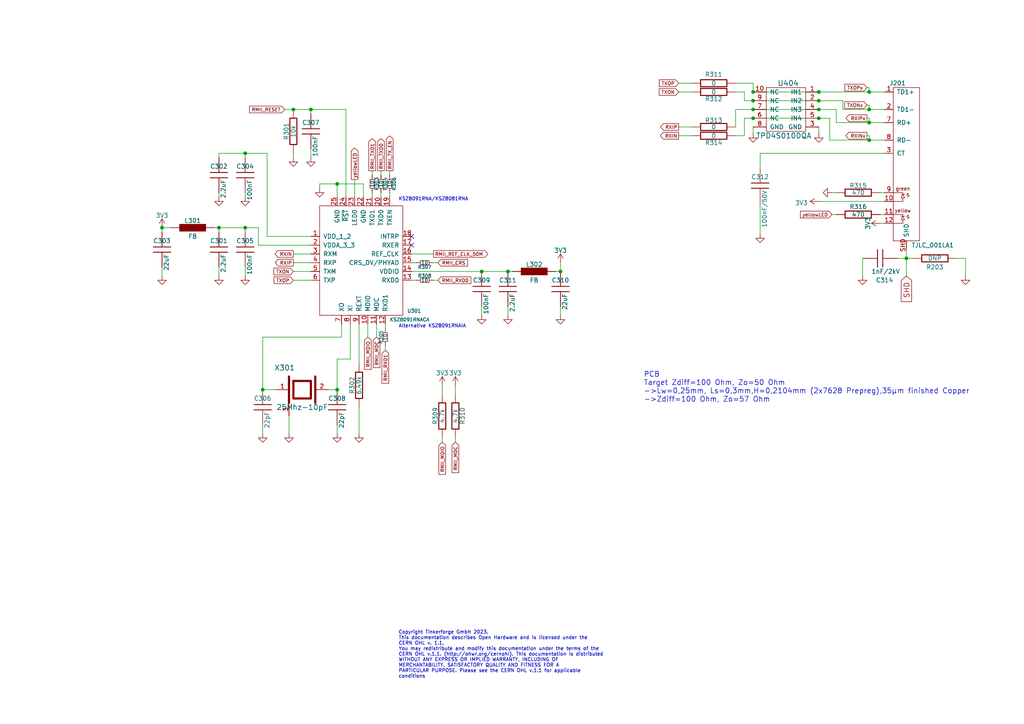
<source format=kicad_sch>
(kicad_sch (version 20230121) (generator eeschema)
  (paper "A4")
  (title_block (title "WARP ESP32 Ethernet Brick") (date "2023-12-27") (rev "1.3") (company "Tinkerforge GmbH") (comment 1 "Licensed under CERN OHL v.1.1") (comment 2 "Copyright (©) 2023, B.Nordmeyer <bastian@tinkerforge.com>"))
  (lib_symbols
    (symbol "C_10" (pin_numbers hide) (pin_names (offset 0.254))
      (property "Reference" "C" (at 1.27 2.54 0))
      (property "Value" "C_10" (at 1.27 -2.54 0))
      (symbol "C_10_0_1"
        (polyline (pts (xy -2.54 -0.762) (xy 2.54 -0.762)) (stroke (width 0.254)))
        (polyline (pts (xy -2.54 0.762) (xy 2.54 0.762)) (stroke (width 0.254)))
      )
      (symbol "C_10_1_1"
        (pin passive line (at 0 5.08 270) (length 4.318) (name "~") (number "1"))
        (pin passive line (at 0 -5.08 90) (length 4.318) (name "~") (number "2"))
      )
    )
    (symbol "C_11" (pin_numbers hide) (pin_names (offset 0.254))
      (property "Reference" "C" (at 1.27 2.54 0))
      (property "Value" "C_11" (at 1.27 -2.54 0))
      (symbol "C_11_0_1"
        (polyline (pts (xy -2.54 -0.762) (xy 2.54 -0.762)) (stroke (width 0.254)))
        (polyline (pts (xy -2.54 0.762) (xy 2.54 0.762)) (stroke (width 0.254)))
      )
      (symbol "C_11_1_1"
        (pin passive line (at 0 5.08 270) (length 4.318) (name "~") (number "1"))
        (pin passive line (at 0 -5.08 90) (length 4.318) (name "~") (number "2"))
      )
    )
    (symbol "C_12" (pin_numbers hide) (pin_names (offset 0.254))
      (property "Reference" "C" (at 1.27 2.54 0))
      (property "Value" "C_12" (at 1.27 -2.54 0))
      (symbol "C_12_0_1"
        (polyline (pts (xy -2.54 -0.762) (xy 2.54 -0.762)) (stroke (width 0.254)))
        (polyline (pts (xy -2.54 0.762) (xy 2.54 0.762)) (stroke (width 0.254)))
      )
      (symbol "C_12_1_1"
        (pin passive line (at 0 5.08 270) (length 4.318) (name "~") (number "1"))
        (pin passive line (at 0 -5.08 90) (length 4.318) (name "~") (number "2"))
      )
    )
    (symbol "C_13" (pin_numbers hide) (pin_names (offset 0.254))
      (property "Reference" "C" (at 1.27 2.54 0))
      (property "Value" "C_13" (at 1.27 -2.54 0))
      (symbol "C_13_0_1"
        (polyline (pts (xy -2.54 -0.762) (xy 2.54 -0.762)) (stroke (width 0.254)))
        (polyline (pts (xy -2.54 0.762) (xy 2.54 0.762)) (stroke (width 0.254)))
      )
      (symbol "C_13_1_1"
        (pin passive line (at 0 5.08 270) (length 4.318) (name "~") (number "1"))
        (pin passive line (at 0 -5.08 90) (length 4.318) (name "~") (number "2"))
      )
    )
    (symbol "C_2" (pin_numbers hide) (pin_names (offset 0.254))
      (property "Reference" "C" (at 1.27 2.54 0))
      (property "Value" "C_2" (at 1.27 -2.54 0))
      (symbol "C_2_0_1"
        (polyline (pts (xy -2.54 -0.762) (xy 2.54 -0.762)) (stroke (width 0.254)))
        (polyline (pts (xy -2.54 0.762) (xy 2.54 0.762)) (stroke (width 0.254)))
      )
      (symbol "C_2_1_1"
        (pin passive line (at 0 5.08 270) (length 4.318) (name "~") (number "1"))
        (pin passive line (at 0 -5.08 90) (length 4.318) (name "~") (number "2"))
      )
    )
    (symbol "C_3" (pin_numbers hide) (pin_names (offset 0.254))
      (property "Reference" "C" (at 1.27 2.54 0))
      (property "Value" "C_3" (at 1.27 -2.54 0))
      (symbol "C_3_0_1"
        (polyline (pts (xy -2.54 -0.762) (xy 2.54 -0.762)) (stroke (width 0.254)))
        (polyline (pts (xy -2.54 0.762) (xy 2.54 0.762)) (stroke (width 0.254)))
      )
      (symbol "C_3_1_1"
        (pin passive line (at 0 5.08 270) (length 4.318) (name "~") (number "1"))
        (pin passive line (at 0 -5.08 90) (length 4.318) (name "~") (number "2"))
      )
    )
    (symbol "C_4" (pin_numbers hide) (pin_names (offset 0.254))
      (property "Reference" "C" (at 1.27 2.54 0))
      (property "Value" "C_4" (at 1.27 -2.54 0))
      (symbol "C_4_0_1"
        (polyline (pts (xy -2.54 -0.762) (xy 2.54 -0.762)) (stroke (width 0.254)))
        (polyline (pts (xy -2.54 0.762) (xy 2.54 0.762)) (stroke (width 0.254)))
      )
      (symbol "C_4_1_1"
        (pin passive line (at 0 5.08 270) (length 4.318) (name "~") (number "1"))
        (pin passive line (at 0 -5.08 90) (length 4.318) (name "~") (number "2"))
      )
    )
    (symbol "C_5" (pin_numbers hide) (pin_names (offset 0.254))
      (property "Reference" "C" (at 1.27 2.54 0))
      (property "Value" "C_5" (at 1.27 -2.54 0))
      (symbol "C_5_0_1"
        (polyline (pts (xy -2.54 -0.762) (xy 2.54 -0.762)) (stroke (width 0.254)))
        (polyline (pts (xy -2.54 0.762) (xy 2.54 0.762)) (stroke (width 0.254)))
      )
      (symbol "C_5_1_1"
        (pin passive line (at 0 5.08 270) (length 4.318) (name "~") (number "1"))
        (pin passive line (at 0 -5.08 90) (length 4.318) (name "~") (number "2"))
      )
    )
    (symbol "C_6" (pin_numbers hide) (pin_names (offset 0.254))
      (property "Reference" "C" (at 1.27 2.54 0))
      (property "Value" "C_6" (at 1.27 -2.54 0))
      (symbol "C_6_0_1"
        (polyline (pts (xy -2.54 -0.762) (xy 2.54 -0.762)) (stroke (width 0.254)))
        (polyline (pts (xy -2.54 0.762) (xy 2.54 0.762)) (stroke (width 0.254)))
      )
      (symbol "C_6_1_1"
        (pin passive line (at 0 5.08 270) (length 4.318) (name "~") (number "1"))
        (pin passive line (at 0 -5.08 90) (length 4.318) (name "~") (number "2"))
      )
    )
    (symbol "C_7" (pin_numbers hide) (pin_names (offset 0.254))
      (property "Reference" "C" (at 1.27 2.54 0))
      (property "Value" "C_7" (at 1.27 -2.54 0))
      (symbol "C_7_0_1"
        (polyline (pts (xy -2.54 -0.762) (xy 2.54 -0.762)) (stroke (width 0.254)))
        (polyline (pts (xy -2.54 0.762) (xy 2.54 0.762)) (stroke (width 0.254)))
      )
      (symbol "C_7_1_1"
        (pin passive line (at 0 5.08 270) (length 4.318) (name "~") (number "1"))
        (pin passive line (at 0 -5.08 90) (length 4.318) (name "~") (number "2"))
      )
    )
    (symbol "C_8" (pin_numbers hide) (pin_names (offset 0.254))
      (property "Reference" "C" (at 1.27 2.54 0))
      (property "Value" "C_8" (at 1.27 -2.54 0))
      (symbol "C_8_0_1"
        (polyline (pts (xy -2.54 -0.762) (xy 2.54 -0.762)) (stroke (width 0.254)))
        (polyline (pts (xy -2.54 0.762) (xy 2.54 0.762)) (stroke (width 0.254)))
      )
      (symbol "C_8_1_1"
        (pin passive line (at 0 5.08 270) (length 4.318) (name "~") (number "1"))
        (pin passive line (at 0 -5.08 90) (length 4.318) (name "~") (number "2"))
      )
    )
    (symbol "C_9" (pin_numbers hide) (pin_names (offset 0.254))
      (property "Reference" "C" (at 1.27 2.54 0))
      (property "Value" "C_9" (at 1.27 -2.54 0))
      (symbol "C_9_0_1"
        (polyline (pts (xy -2.54 -0.762) (xy 2.54 -0.762)) (stroke (width 0.254)))
        (polyline (pts (xy -2.54 0.762) (xy 2.54 0.762)) (stroke (width 0.254)))
      )
      (symbol "C_9_1_1"
        (pin passive line (at 0 5.08 270) (length 4.318) (name "~") (number "1"))
        (pin passive line (at 0 -5.08 90) (length 4.318) (name "~") (number "2"))
      )
    )
    (symbol "INDUCT_1" (pin_numbers hide) (pin_names (offset 0))
      (property "Reference" "L" (at 2.032 0 90))
      (property "Value" "INDUCT_1" (at -2.54 0 90))
      (symbol "INDUCT_1_0_1"
        (rectangle (start -1.016 3.81) (end 1.016 -3.81) (fill (type outline)))
      )
      (symbol "INDUCT_1_1_1"
        (pin passive line (at 0 6.35 270) (length 2.54) (name "~") (number "1"))
        (pin passive line (at 0 -6.35 90) (length 2.54) (name "~") (number "2"))
      )
    )
    (symbol "R_1" (pin_numbers hide) (pin_names (offset 0))
      (property "Reference" "R" (at 2.032 0 90))
      (property "Value" "R_1" (at 0 0 90))
      (symbol "R_1_0_1"
        (rectangle (start -1.016 3.81) (end 1.016 -3.81) (stroke (width 0.3048)))
      )
      (symbol "R_1_1_1"
        (pin passive line (at 0 6.35 270) (length 2.54) (name "~") (number "1"))
        (pin passive line (at 0 -6.35 90) (length 2.54) (name "~") (number "2"))
      )
    )
    (symbol "R_2" (pin_numbers hide) (pin_names (offset 0))
      (property "Reference" "R" (at 2.032 0 90))
      (property "Value" "R_2" (at 0 0 90))
      (symbol "R_2_0_1"
        (rectangle (start -1.016 3.81) (end 1.016 -3.81) (stroke (width 0.3048)))
      )
      (symbol "R_2_1_1"
        (pin passive line (at 0 6.35 270) (length 2.54) (name "~") (number "1"))
        (pin passive line (at 0 -6.35 90) (length 2.54) (name "~") (number "2"))
      )
    )
    (symbol "R_3" (pin_numbers hide) (pin_names (offset 0))
      (property "Reference" "R" (at 2.032 0 90))
      (property "Value" "R_3" (at 0 0 90))
      (symbol "R_3_0_1"
        (rectangle (start -1.016 3.81) (end 1.016 -3.81) (stroke (width 0.3048)))
      )
      (symbol "R_3_1_1"
        (pin passive line (at 0 6.35 270) (length 2.54) (name "~") (number "1"))
        (pin passive line (at 0 -6.35 90) (length 2.54) (name "~") (number "2"))
      )
    )
    (symbol "R_4" (pin_numbers hide) (pin_names (offset 0))
      (property "Reference" "R" (at 2.032 0 90))
      (property "Value" "R_4" (at 0 0 90))
      (symbol "R_4_0_1"
        (rectangle (start -1.016 3.81) (end 1.016 -3.81) (stroke (width 0.3048)))
      )
      (symbol "R_4_1_1"
        (pin passive line (at 0 6.35 270) (length 2.54) (name "~") (number "1"))
        (pin passive line (at 0 -6.35 90) (length 2.54) (name "~") (number "2"))
      )
    )
    (symbol "R_5" (pin_numbers hide) (pin_names (offset 0))
      (property "Reference" "R" (at 2.032 0 90))
      (property "Value" "R_5" (at 0 0 90))
      (symbol "R_5_0_1"
        (rectangle (start -1.016 3.81) (end 1.016 -3.81) (stroke (width 0.3048)))
      )
      (symbol "R_5_1_1"
        (pin passive line (at 0 6.35 270) (length 2.54) (name "~") (number "1"))
        (pin passive line (at 0 -6.35 90) (length 2.54) (name "~") (number "2"))
      )
    )
    (symbol "R_6" (pin_numbers hide) (pin_names (offset 0))
      (property "Reference" "R" (at 2.032 0 90))
      (property "Value" "R_6" (at 0 0 90))
      (symbol "R_6_0_1"
        (rectangle (start -1.016 3.81) (end 1.016 -3.81) (stroke (width 0.3048)))
      )
      (symbol "R_6_1_1"
        (pin passive line (at 0 6.35 270) (length 2.54) (name "~") (number "1"))
        (pin passive line (at 0 -6.35 90) (length 2.54) (name "~") (number "2"))
      )
    )
    (symbol "R_7" (pin_numbers hide) (pin_names (offset 0))
      (property "Reference" "R" (at 2.032 0 90))
      (property "Value" "R_7" (at 0 0 90))
      (symbol "R_7_0_1"
        (rectangle (start -1.016 3.81) (end 1.016 -3.81) (stroke (width 0.3048)))
      )
      (symbol "R_7_1_1"
        (pin passive line (at 0 6.35 270) (length 2.54) (name "~") (number "1"))
        (pin passive line (at 0 -6.35 90) (length 2.54) (name "~") (number "2"))
      )
    )
    (symbol "R_8" (pin_numbers hide) (pin_names (offset 0))
      (property "Reference" "R" (at 2.032 0 90))
      (property "Value" "R_8" (at 0 0 90))
      (symbol "R_8_0_1"
        (rectangle (start -1.016 3.81) (end 1.016 -3.81) (stroke (width 0.3048)))
      )
      (symbol "R_8_1_1"
        (pin passive line (at 0 6.35 270) (length 2.54) (name "~") (number "1"))
        (pin passive line (at 0 -6.35 90) (length 2.54) (name "~") (number "2"))
      )
    )
    (symbol "R_9" (pin_numbers hide) (pin_names (offset 0))
      (property "Reference" "R" (at 2.032 0 90))
      (property "Value" "R_9" (at 0 0 90))
      (symbol "R_9_0_1"
        (rectangle (start -1.016 3.81) (end 1.016 -3.81) (stroke (width 0.3048)))
      )
      (symbol "R_9_1_1"
        (pin passive line (at 0 6.35 270) (length 2.54) (name "~") (number "1"))
        (pin passive line (at 0 -6.35 90) (length 2.54) (name "~") (number "2"))
      )
    )
    (symbol "Rs_1" (pin_numbers hide) (pin_names (offset 0))
      (property "Reference" "R" (at 1.27 0 90))
      (property "Value" "Rs_1" (at 0 0 90))
      (symbol "Rs_1_0_1"
        (rectangle (start -0.635 1.27) (end 0.635 -1.27))
      )
      (symbol "Rs_1_1_1"
        (pin passive line (at 0 2.54 270) (length 1.27) (name "~") (number "1"))
        (pin passive line (at 0 -2.54 90) (length 1.27) (name "~") (number "2"))
      )
    )
    (symbol "Rs_2" (pin_numbers hide) (pin_names (offset 0))
      (property "Reference" "R" (at 1.27 0 90))
      (property "Value" "Rs_2" (at 0 0 90))
      (symbol "Rs_2_0_1"
        (rectangle (start -0.635 1.27) (end 0.635 -1.27))
      )
      (symbol "Rs_2_1_1"
        (pin passive line (at 0 2.54 270) (length 1.27) (name "~") (number "1"))
        (pin passive line (at 0 -2.54 90) (length 1.27) (name "~") (number "2"))
      )
    )
    (symbol "Rs_3" (pin_numbers hide) (pin_names (offset 0))
      (property "Reference" "R" (at 1.27 0 90))
      (property "Value" "Rs_3" (at 0 0 90))
      (symbol "Rs_3_0_1"
        (rectangle (start -0.635 1.27) (end 0.635 -1.27))
      )
      (symbol "Rs_3_1_1"
        (pin passive line (at 0 2.54 270) (length 1.27) (name "~") (number "1"))
        (pin passive line (at 0 -2.54 90) (length 1.27) (name "~") (number "2"))
      )
    )
    (symbol "Rs_4" (pin_numbers hide) (pin_names (offset 0))
      (property "Reference" "R" (at 1.27 0 90))
      (property "Value" "Rs_4" (at 0 0 90))
      (symbol "Rs_4_0_1"
        (rectangle (start -0.635 1.27) (end 0.635 -1.27))
      )
      (symbol "Rs_4_1_1"
        (pin passive line (at 0 2.54 270) (length 1.27) (name "~") (number "1"))
        (pin passive line (at 0 -2.54 90) (length 1.27) (name "~") (number "2"))
      )
    )
    (symbol "Rs_5" (pin_numbers hide) (pin_names (offset 0))
      (property "Reference" "R" (at 1.27 0 90))
      (property "Value" "Rs_5" (at 0 0 90))
      (symbol "Rs_5_0_1"
        (rectangle (start -0.635 1.27) (end 0.635 -1.27))
      )
      (symbol "Rs_5_1_1"
        (pin passive line (at 0 2.54 270) (length 1.27) (name "~") (number "1"))
        (pin passive line (at 0 -2.54 90) (length 1.27) (name "~") (number "2"))
      )
    )
    (symbol "tinkerforge:3V3" (power) (pin_names (offset 0))
      (property "Value" "3V3" (at 0 3.556 0))
      (symbol "3V3_0_1"
        (polyline (pts (xy -0.762 1.27) (xy 0 2.54)))
        (polyline (pts (xy 0 0) (xy 0 2.54)))
        (polyline (pts (xy 0 2.54) (xy 0.762 1.27)))
      )
      (symbol "3V3_1_1"
        (pin power_in line (at 0 0 90) (length 0) hide (name "3V3") (number "1"))
      )
    )
    (symbol "tinkerforge:C" (pin_numbers hide) (pin_names (offset 0.254))
      (property "Reference" "C" (at 1.27 2.54 0))
      (property "Value" "C" (at 1.27 -2.54 0))
      (symbol "C_0_1"
        (polyline (pts (xy -2.54 -0.762) (xy 2.54 -0.762)) (stroke (width 0.254)))
        (polyline (pts (xy -2.54 0.762) (xy 2.54 0.762)) (stroke (width 0.254)))
      )
      (symbol "C_1_1"
        (pin passive line (at 0 5.08 270) (length 4.318) (name "~") (number "1"))
        (pin passive line (at 0 -5.08 90) (length 4.318) (name "~") (number "2"))
      )
    )
    (symbol "tinkerforge:CRYSTAL_3225" (pin_names (offset 1.016))
      (property "Reference" "X" (at -5.08 6.35 0))
      (property "Value" "CRYSTAL_3225" (at 6.35 -6.35 0))
      (symbol "CRYSTAL_3225_0_1"
        (rectangle (start -2.54 2.54) (end 2.54 -2.54) (stroke (width 0.635)))
      )
      (symbol "CRYSTAL_3225_1_1"
        (polyline (pts (xy -3.81 3.81) (xy -3.81 -3.81) (xy -3.81 -3.81)) (stroke (width 0.635)))
        (polyline (pts (xy 3.81 3.81) (xy 3.81 -3.81) (xy 3.81 -3.81)) (stroke (width 0.635)))
        (pin passive line (at -7.62 0 0) (length 3.81) (name "~") (number "1"))
        (pin passive line (at 7.62 0 180) (length 3.81) (name "~") (number "2"))
        (pin passive line (at -3.81 -7.62 90) (length 3.81) (name "~") (number "3"))
      )
    )
    (symbol "tinkerforge:GND" (power) (pin_names (offset 0))
      (property "Value" "GND" (at 0 -5.08 0))
      (symbol "GND_0_1"
        (polyline (pts (xy 0 0) (xy 0 -1.27) (xy 1.27 -1.27) (xy 0 -2.54) (xy -1.27 -1.27) (xy 0 -1.27)))
      )
      (symbol "GND_1_1"
        (pin power_in line (at 0 0 270) (length 0) hide (name "GND") (number "1"))
      )
    )
    (symbol "tinkerforge:INDUCT" (pin_numbers hide) (pin_names (offset 0))
      (property "Reference" "L" (at 2.032 0 90))
      (property "Value" "INDUCT" (at -2.54 0 90))
      (symbol "INDUCT_0_1"
        (rectangle (start -1.016 3.81) (end 1.016 -3.81) (fill (type outline)))
      )
      (symbol "INDUCT_1_1"
        (pin passive line (at 0 6.35 270) (length 2.54) (name "~") (number "1"))
        (pin passive line (at 0 -6.35 90) (length 2.54) (name "~") (number "2"))
      )
    )
    (symbol "tinkerforge:KSZ80X1RNA" (pin_names (offset 1.016))
      (property "Reference" "U" (at -16.51 13.97 0))
      (property "Value" "KSZ80X1RNA" (at 12.7 -17.78 0))
      (symbol "KSZ80X1RNA_0_1"
        (rectangle (start -12.7 15.24) (end 11.43 -16.51))
      )
      (symbol "KSZ80X1RNA_1_1"
        (pin passive line (at -15.24 6.35 0) (length 2.54) (name "VDD_1_2") (number "1"))
        (pin passive line (at 1.27 -19.05 90) (length 2.54) (name "MDIO") (number "10"))
        (pin passive line (at 3.81 -19.05 90) (length 2.54) (name "MDC") (number "11"))
        (pin passive line (at 6.35 -19.05 90) (length 2.54) (name "RXD1") (number "12"))
        (pin passive line (at 13.97 -6.35 180) (length 2.54) (name "RXD0") (number "13"))
        (pin passive line (at 13.97 -3.81 180) (length 2.54) (name "VDDIO") (number "14"))
        (pin passive line (at 13.97 -1.27 180) (length 2.54) (name "CRS_DV/PHYAD") (number "15"))
        (pin passive line (at 13.97 1.27 180) (length 2.54) (name "REF_CLK") (number "16"))
        (pin passive line (at 13.97 3.81 180) (length 2.54) (name "RXER") (number "17"))
        (pin passive line (at 13.97 6.35 180) (length 2.54) (name "INTRP") (number "18"))
        (pin passive line (at 7.62 17.78 270) (length 2.54) (name "TXEN") (number "19"))
        (pin passive line (at -15.24 3.81 0) (length 2.54) (name "VDDA_3_3") (number "2"))
        (pin passive line (at 5.08 17.78 270) (length 2.54) (name "TXD0") (number "20"))
        (pin passive line (at 2.54 17.78 270) (length 2.54) (name "TXD1") (number "21"))
        (pin passive line (at 0 17.78 270) (length 2.54) (name "GND") (number "22"))
        (pin passive line (at -2.54 17.78 270) (length 2.54) (name "LED0") (number "23"))
        (pin passive line (at -5.08 17.78 270) (length 2.54) (name "~{RST}") (number "24"))
        (pin passive line (at -7.62 17.78 270) (length 2.54) (name "GND") (number "25"))
        (pin passive line (at -15.24 1.27 0) (length 2.54) (name "RXM") (number "3"))
        (pin passive line (at -15.24 -1.27 0) (length 2.54) (name "RXP") (number "4"))
        (pin passive line (at -15.24 -3.81 0) (length 2.54) (name "TXM") (number "5"))
        (pin passive line (at -15.24 -6.35 0) (length 2.54) (name "TXP") (number "6"))
        (pin passive line (at -6.35 -19.05 90) (length 2.54) (name "XO") (number "7"))
        (pin passive line (at -3.81 -19.05 90) (length 2.54) (name "XI") (number "8"))
        (pin passive line (at -1.27 -19.05 90) (length 2.54) (name "REXT") (number "9"))
      )
    )
    (symbol "tinkerforge:R" (pin_numbers hide) (pin_names (offset 0))
      (property "Reference" "R" (at 2.032 0 90))
      (property "Value" "R" (at 0 0 90))
      (symbol "R_0_1"
        (rectangle (start -1.016 3.81) (end 1.016 -3.81) (stroke (width 0.3048)))
      )
      (symbol "R_1_1"
        (pin passive line (at 0 6.35 270) (length 2.54) (name "~") (number "1"))
        (pin passive line (at 0 -6.35 90) (length 2.54) (name "~") (number "2"))
      )
    )
    (symbol "tinkerforge:Rs" (pin_numbers hide) (pin_names (offset 0))
      (property "Reference" "R" (at 1.27 0 90))
      (property "Value" "Rs" (at 0 0 90))
      (symbol "Rs_0_1"
        (rectangle (start -0.635 1.27) (end 0.635 -1.27))
      )
      (symbol "Rs_1_1"
        (pin passive line (at 0 2.54 270) (length 1.27) (name "~") (number "1"))
        (pin passive line (at 0 -2.54 90) (length 1.27) (name "~") (number "2"))
      )
    )
    (symbol "tinkerforge:TJLC_001LA1" (pin_names (offset 1.016))
      (property "Reference" "J" (at -2.54 13.97 0))
      (property "Value" "TJLC_001LA1" (at 7.62 -33.02 0))
      (symbol "TJLC_001LA1_0_0"
        (text "green" (at -1.016 -16.637 0) (effects (font (size 0.9906 0.9906))))
        (text "yellow" (at -1.016 -22.987 0) (effects (font (size 0.9906 0.9906))))
      )
      (symbol "TJLC_001LA1_0_1"
        (polyline (pts (xy -1.524 -18.288) (xy -0.508 -18.288)))
        (polyline (pts (xy 0 -18.542) (xy 0.508 -18.034)))
        (polyline (pts (xy 0.254 -19.05) (xy 0.762 -18.542)))
        (polyline (pts (xy 0.254 -18.034) (xy 0.508 -18.034)))
        (polyline (pts (xy 0.508 -18.542) (xy 0.762 -18.542)))
        (polyline (pts (xy 0.508 -18.034) (xy 0.508 -18.288)))
        (polyline (pts (xy 0.762 -18.542) (xy 0.762 -18.796)))
        (polyline (pts (xy -3.81 -17.78) (xy -1.016 -17.78) (xy -1.016 -18.288)))
        (polyline (pts (xy -3.81 -20.32) (xy -1.016 -20.32) (xy -1.016 -19.304) (xy -1.524 -19.304) (xy -1.016 -18.288) (xy -0.508 -19.304) (xy -1.016 -19.304)))
        (rectangle (start 3.81 -31.75) (end -3.81 12.7))
      )
      (symbol "TJLC_001LA1_1_1"
        (polyline (pts (xy -1.524 -24.638) (xy -0.508 -24.638)))
        (polyline (pts (xy 0 -24.892) (xy 0.508 -24.384)))
        (polyline (pts (xy 0.254 -25.4) (xy 0.762 -24.892)))
        (polyline (pts (xy 0.254 -24.384) (xy 0.508 -24.384)))
        (polyline (pts (xy 0.508 -24.892) (xy 0.762 -24.892)))
        (polyline (pts (xy 0.508 -24.384) (xy 0.508 -24.638)))
        (polyline (pts (xy 0.762 -24.892) (xy 0.762 -25.146)))
        (polyline (pts (xy -3.81 -24.13) (xy -1.016 -24.13) (xy -1.016 -24.638)))
        (polyline (pts (xy -3.81 -26.67) (xy -1.016 -26.67) (xy -1.016 -25.654) (xy -1.524 -25.654) (xy -1.016 -24.638) (xy -0.508 -25.654) (xy -1.016 -25.654)))
        (pin passive line (at -6.35 11.43 0) (length 2.54) (name "TD1+") (number "1"))
        (pin passive line (at -6.35 -20.32 0) (length 2.54) (name "~") (number "10"))
        (pin passive line (at -6.35 -24.13 0) (length 2.54) (name "~") (number "11"))
        (pin passive line (at -6.35 -26.67 0) (length 2.54) (name "~") (number "12"))
        (pin passive line (at -6.35 6.35 0) (length 2.54) (name "TD1-") (number "2"))
        (pin passive line (at -6.35 -6.35 0) (length 2.54) (name "CT") (number "3"))
        (pin passive line (at -6.35 2.54 0) (length 2.54) (name "RD+") (number "7"))
        (pin passive line (at -6.35 -2.54 0) (length 2.54) (name "RD-") (number "8"))
        (pin passive line (at -6.35 -17.78 0) (length 2.54) (name "~") (number "9"))
        (pin passive line (at 0 -34.29 90) (length 2.54) (name "SHD") (number "SHD"))
      )
    )
    (symbol "tinkerforge:TPD4S010DQA" (pin_names (offset 1.016))
      (property "Reference" "U" (at -5.08 8.89 0))
      (property "Value" "TPD4S010DQA" (at 0 -8.89 0))
      (symbol "TPD4S010DQA_0_1"
        (rectangle (start -6.35 6.35) (end 5.08 -6.35))
      )
      (symbol "TPD4S010DQA_1_1"
        (pin input line (at -10.16 5.08 0) (length 3.81) (name "IN1") (number "1"))
        (pin passive line (at 8.89 5.08 180) (length 3.81) (name "NC") (number "10"))
        (pin input line (at -10.16 2.54 0) (length 3.81) (name "IN2") (number "2"))
        (pin passive line (at -10.16 -5.08 0) (length 3.81) (name "GND") (number "3"))
        (pin input line (at -10.16 0 0) (length 3.81) (name "IN3") (number "4"))
        (pin input line (at -10.16 -2.54 0) (length 3.81) (name "IN4") (number "5"))
        (pin passive line (at 8.89 -2.54 180) (length 3.81) (name "NC") (number "6"))
        (pin passive line (at 8.89 0 180) (length 3.81) (name "NC") (number "7"))
        (pin passive line (at 8.89 -5.08 180) (length 3.81) (name "GND") (number "8"))
        (pin passive line (at 8.89 2.54 180) (length 3.81) (name "NC") (number "9"))
      )
    )
  )
  (junction (at 252.095 26.67))
  (junction (at 218.44 29.21))
  (junction (at 90.17 31.75))
  (junction (at 97.79 113.03))
  (junction (at 237.49 29.21))
  (junction (at 237.49 26.67))
  (junction (at 218.44 26.67))
  (junction (at 76.2 113.03))
  (junction (at 139.7 78.74))
  (junction (at 85.09 31.75))
  (junction (at 63.5 66.04))
  (junction (at 262.89 74.93))
  (junction (at 218.44 31.75))
  (junction (at 237.49 31.75))
  (junction (at 147.32 78.74))
  (junction (at 252.095 31.75))
  (junction (at 252.095 40.64))
  (junction (at 97.79 53.34))
  (junction (at 71.12 66.04))
  (junction (at 252.095 35.56))
  (junction (at 46.99 66.04))
  (junction (at 162.56 78.74))
  (junction (at 218.44 34.29))
  (junction (at 237.49 34.29))
  (junction (at 71.12 44.45))
  (no_connect (at 119.38 68.58))
  (no_connect (at 119.38 71.12))
  (wire (pts (xy 200.66 26.67) (xy 196.85 26.67)))
  (wire (pts (xy 71.12 57.15) (xy 71.12 55.88)))
  (wire (pts (xy 77.47 68.58) (xy 90.17 68.58)))
  (wire (pts (xy 101.6 93.98) (xy 101.6 104.14)))
  (wire (pts (xy 97.79 104.14) (xy 97.79 113.03)))
  (wire (pts (xy 128.27 128.27) (xy 128.27 127)))
  (wire (pts (xy 46.99 66.04) (xy 46.99 67.31)))
  (wire (pts (xy 240.665 40.64) (xy 252.095 40.64)))
  (wire (pts (xy 251.46 25.4) (xy 252.095 25.4)))
  (wire (pts (xy 90.17 71.12) (xy 74.93 71.12)))
  (wire (pts (xy 218.44 26.67) (xy 237.49 26.67)))
  (wire (pts (xy 106.68 97.79) (xy 106.68 93.98)))
  (wire (pts (xy 215.9 29.21) (xy 215.9 26.67)))
  (wire (pts (xy 220.472 67.818) (xy 220.472 58.928)))
  (wire (pts (xy 77.47 44.45) (xy 77.47 68.58)))
  (wire (pts (xy 119.38 78.74) (xy 139.7 78.74)))
  (wire (pts (xy 85.09 31.75) (xy 82.55 31.75)))
  (wire (pts (xy 74.93 66.04) (xy 74.93 71.12)))
  (wire (pts (xy 252.095 26.67) (xy 256.54 26.67)))
  (wire (pts (xy 132.08 128.27) (xy 132.08 127)))
  (wire (pts (xy 90.17 81.28) (xy 85.09 81.28)))
  (wire (pts (xy 46.99 66.04) (xy 49.53 66.04)))
  (wire (pts (xy 161.29 78.74) (xy 162.56 78.74)))
  (wire (pts (xy 97.79 53.34) (xy 92.71 53.34)))
  (wire (pts (xy 113.03 50.8) (xy 113.03 49.53)))
  (wire (pts (xy 237.49 58.42) (xy 256.54 58.42)))
  (wire (pts (xy 244.475 31.75) (xy 244.475 29.21)))
  (wire (pts (xy 220.472 44.45) (xy 220.472 48.768)))
  (wire (pts (xy 102.87 57.15) (xy 102.87 52.07)))
  (wire (pts (xy 63.5 77.47) (xy 63.5 80.01)))
  (wire (pts (xy 120.65 81.28) (xy 119.38 81.28)))
  (wire (pts (xy 107.95 57.15) (xy 107.95 55.88)))
  (wire (pts (xy 92.71 53.34) (xy 92.71 54.61)))
  (wire (pts (xy 255.27 62.23) (xy 256.54 62.23)))
  (wire (pts (xy 99.06 93.98) (xy 99.06 97.79)))
  (wire (pts (xy 85.09 78.74) (xy 90.17 78.74)))
  (wire (pts (xy 120.65 76.2) (xy 119.38 76.2)))
  (wire (pts (xy 256.54 55.88) (xy 255.27 55.88)))
  (wire (pts (xy 104.14 105.41) (xy 104.14 93.98)))
  (wire (pts (xy 128.27 114.3) (xy 128.27 111.76)))
  (wire (pts (xy 63.5 57.15) (xy 63.5 55.88)))
  (wire (pts (xy 110.49 50.8) (xy 110.49 49.53)))
  (wire (pts (xy 71.12 80.01) (xy 71.12 77.47)))
  (wire (pts (xy 105.41 57.15) (xy 105.41 53.34)))
  (wire (pts (xy 76.2 97.79) (xy 76.2 113.03)))
  (wire (pts (xy 90.17 45.72) (xy 90.17 43.18)))
  (wire (pts (xy 83.82 125.73) (xy 83.82 120.65)))
  (wire (pts (xy 76.2 125.73) (xy 76.2 123.19)))
  (wire (pts (xy 119.38 73.66) (xy 125.73 73.66)))
  (wire (pts (xy 147.32 91.44) (xy 147.32 88.9)))
  (wire (pts (xy 90.17 76.2) (xy 85.09 76.2)))
  (wire (pts (xy 240.665 40.64) (xy 240.665 34.29)))
  (wire (pts (xy 162.56 91.44) (xy 162.56 88.9)))
  (wire (pts (xy 218.44 29.21) (xy 237.49 29.21)))
  (wire (pts (xy 63.5 45.72) (xy 63.5 44.45)))
  (wire (pts (xy 162.56 78.74) (xy 162.56 76.2)))
  (wire (pts (xy 277.495 74.93) (xy 280.035 74.93)))
  (wire (pts (xy 218.44 31.75) (xy 213.36 31.75)))
  (wire (pts (xy 252.095 39.37) (xy 252.095 40.64)))
  (wire (pts (xy 125.73 81.28) (xy 127 81.28)))
  (wire (pts (xy 196.85 36.83) (xy 200.66 36.83)))
  (wire (pts (xy 105.41 53.34) (xy 97.79 53.34)))
  (wire (pts (xy 111.76 95.25) (xy 111.76 93.98)))
  (wire (pts (xy 218.44 34.29) (xy 237.49 34.29)))
  (wire (pts (xy 242.57 31.75) (xy 237.49 31.75)))
  (wire (pts (xy 62.23 66.04) (xy 63.5 66.04)))
  (wire (pts (xy 139.7 91.44) (xy 139.7 88.9)))
  (wire (pts (xy 262.89 74.93) (xy 264.795 74.93)))
  (wire (pts (xy 139.7 78.74) (xy 147.32 78.74)))
  (wire (pts (xy 242.57 35.56) (xy 242.57 31.75)))
  (wire (pts (xy 110.49 57.15) (xy 110.49 55.88)))
  (wire (pts (xy 196.85 24.13) (xy 200.66 24.13)))
  (wire (pts (xy 242.57 55.88) (xy 241.3 55.88)))
  (wire (pts (xy 251.46 39.37) (xy 252.095 39.37)))
  (wire (pts (xy 252.095 35.56) (xy 256.54 35.56)))
  (wire (pts (xy 125.73 76.2) (xy 127 76.2)))
  (wire (pts (xy 100.33 31.75) (xy 90.17 31.75)))
  (wire (pts (xy 63.5 44.45) (xy 71.12 44.45)))
  (wire (pts (xy 252.095 34.29) (xy 252.095 35.56)))
  (wire (pts (xy 218.44 24.13) (xy 218.44 26.67)))
  (wire (pts (xy 85.09 45.72) (xy 85.09 44.45)))
  (wire (pts (xy 46.99 80.01) (xy 46.99 77.47)))
  (wire (pts (xy 262.89 74.93) (xy 262.89 80.01)))
  (wire (pts (xy 250.19 74.93) (xy 250.19 80.01)))
  (wire (pts (xy 215.9 26.67) (xy 213.36 26.67)))
  (wire (pts (xy 237.49 26.67) (xy 252.095 26.67)))
  (wire (pts (xy 100.33 57.15) (xy 100.33 31.75)))
  (wire (pts (xy 107.95 50.8) (xy 107.95 49.53)))
  (wire (pts (xy 244.475 31.75) (xy 252.095 31.75)))
  (wire (pts (xy 260.35 74.93) (xy 262.89 74.93)))
  (wire (pts (xy 104.14 125.73) (xy 104.14 118.11)))
  (wire (pts (xy 252.095 30.48) (xy 252.095 31.75)))
  (wire (pts (xy 148.59 78.74) (xy 147.32 78.74)))
  (wire (pts (xy 252.095 25.4) (xy 252.095 26.67)))
  (wire (pts (xy 113.03 57.15) (xy 113.03 55.88)))
  (wire (pts (xy 97.79 57.15) (xy 97.79 53.34)))
  (wire (pts (xy 220.472 44.45) (xy 256.54 44.45)))
  (wire (pts (xy 80.01 113.03) (xy 76.2 113.03)))
  (wire (pts (xy 240.665 34.29) (xy 237.49 34.29)))
  (wire (pts (xy 111.76 101.6) (xy 111.76 100.33)))
  (wire (pts (xy 251.46 30.48) (xy 252.095 30.48)))
  (wire (pts (xy 256.54 64.77) (xy 255.27 64.77)))
  (wire (pts (xy 237.49 36.83) (xy 237.49 38.735)))
  (wire (pts (xy 85.09 73.66) (xy 90.17 73.66)))
  (wire (pts (xy 218.44 29.21) (xy 215.9 29.21)))
  (wire (pts (xy 74.93 66.04) (xy 71.12 66.04)))
  (wire (pts (xy 90.17 33.02) (xy 90.17 31.75)))
  (wire (pts (xy 213.36 24.13) (xy 218.44 24.13)))
  (wire (pts (xy 63.5 66.04) (xy 63.5 67.31)))
  (wire (pts (xy 71.12 66.04) (xy 63.5 66.04)))
  (wire (pts (xy 241.3 62.23) (xy 242.57 62.23)))
  (wire (pts (xy 132.08 114.3) (xy 132.08 111.76)))
  (wire (pts (xy 242.57 35.56) (xy 252.095 35.56)))
  (wire (pts (xy 251.46 34.29) (xy 252.095 34.29)))
  (wire (pts (xy 215.9 39.37) (xy 215.9 34.29)))
  (wire (pts (xy 218.44 31.75) (xy 237.49 31.75)))
  (wire (pts (xy 99.06 97.79) (xy 76.2 97.79)))
  (wire (pts (xy 71.12 44.45) (xy 77.47 44.45)))
  (wire (pts (xy 213.36 31.75) (xy 213.36 36.83)))
  (wire (pts (xy 213.36 39.37) (xy 215.9 39.37)))
  (wire (pts (xy 252.095 31.75) (xy 256.54 31.75)))
  (wire (pts (xy 101.6 104.14) (xy 97.79 104.14)))
  (wire (pts (xy 215.9 34.29) (xy 218.44 34.29)))
  (wire (pts (xy 97.79 113.03) (xy 95.25 113.03)))
  (wire (pts (xy 218.44 36.83) (xy 218.44 38.735)))
  (wire (pts (xy 252.095 40.64) (xy 256.54 40.64)))
  (wire (pts (xy 71.12 45.72) (xy 71.12 44.45)))
  (wire (pts (xy 71.12 67.31) (xy 71.12 66.04)))
  (wire (pts (xy 196.85 39.37) (xy 200.66 39.37)))
  (wire (pts (xy 244.475 29.21) (xy 237.49 29.21)))
  (wire (pts (xy 109.22 97.79) (xy 109.22 93.98)))
  (wire (pts (xy 262.89 72.39) (xy 262.89 74.93)))
  (wire (pts (xy 90.17 31.75) (xy 85.09 31.75)))
  (wire (pts (xy 280.035 74.93) (xy 280.035 80.01)))
  (wire (pts (xy 97.79 125.73) (xy 97.79 123.19)))
  (text "KSZ8091RNA/KSZ8081RNA" (at 115.57 58.42 0) (effects (font (size 0.9906 0.9906)) (justify left bottom)))
  (text "PCB\nTarget Zdiff=100 Ohm, Zo=50 Ohm\n->Lw=0,25mm, Ls=0,3mm,H=0,2104mm (2x7628 Prepreg),35µm finished Copper\n->Zdiff=100 Ohm, Zo=57 Ohm" (at 186.69 116.84 0) (effects (font (size 1.4986 1.4986)) (justify left bottom)))
  (text "Alternative KSZ8091RNAIA" (at 115.57 95.25 0) (effects (font (size 0.9906 0.9906)) (justify left bottom)))
  (text "Copyright Tinkerforge GmbH 2023.\nThis documentation describes Open Hardware and is licensed under the\nCERN OHL v. 1.1.\nYou may redistribute and modify this documentation under the terms of the\nCERN OHL v.1.1. (http://ohwr.org/cernohl). This documentation is distributed\nWITHOUT ANY EXPRESS OR IMPLIED WARRANTY, INCLUDING OF\nMERCHANTABILITY, SATISFACTORY QUALITY AND FITNESS FOR A\nPARTICULAR PURPOSE. Please see the CERN OHL v.1.1 for applicable\nconditions" (at 115.57 196.85 0) (effects (font (size 0.9906 0.9906)) (justify left bottom)))
  (global_label "TXOP" (shape input) (at 85.09 81.28 180) (effects (font (size 0.9906 0.9906))) (property "Intersheetrefs" "${INTERSHEET_REFS}" (effects hide)))
  (global_label "yellowLED" (shape output) (at 102.87 52.07 90) (effects (font (size 0.9906 0.9906))) (property "Intersheetrefs" "${INTERSHEET_REFS}" (effects hide)))
  (global_label "RMII_TXD1" (shape output) (at 107.95 49.53 90) (effects (font (size 0.9906 0.9906))) (property "Intersheetrefs" "${INTERSHEET_REFS}" (effects hide)))
  (global_label "RXIN" (shape output) (at 85.09 73.66 180) (effects (font (size 0.9906 0.9906))) (property "Intersheetrefs" "${INTERSHEET_REFS}" (effects hide)))
  (global_label "TXOPx" (shape input) (at 251.46 25.4 180) (effects (font (size 0.9906 0.9906))) (property "Intersheetrefs" "${INTERSHEET_REFS}" (effects hide)))
  (global_label "RXINx" (shape output) (at 251.46 39.37 180) (effects (font (size 0.9906 0.9906))) (property "Intersheetrefs" "${INTERSHEET_REFS}" (effects hide)))
  (global_label "TXONx" (shape input) (at 251.46 30.48 180) (effects (font (size 0.9906 0.9906))) (property "Intersheetrefs" "${INTERSHEET_REFS}" (effects hide)))
  (global_label "RMII_MDIO" (shape input) (at 106.68 97.79 270) (effects (font (size 0.9906 0.9906))) (property "Intersheetrefs" "${INTERSHEET_REFS}" (effects hide)))
  (global_label "RXIP" (shape output) (at 196.85 36.83 180) (effects (font (size 0.9906 0.9906))) (property "Intersheetrefs" "${INTERSHEET_REFS}" (effects hide)))
  (global_label "RMII_RXD1" (shape input) (at 111.76 101.6 270) (effects (font (size 0.9906 0.9906))) (property "Intersheetrefs" "${INTERSHEET_REFS}" (effects hide)))
  (global_label "TXON" (shape input) (at 85.09 78.74 180) (effects (font (size 0.9906 0.9906))) (property "Intersheetrefs" "${INTERSHEET_REFS}" (effects hide)))
  (global_label "TXON" (shape input) (at 196.85 26.67 180) (effects (font (size 0.9906 0.9906))) (property "Intersheetrefs" "${INTERSHEET_REFS}" (effects hide)))
  (global_label "RMII_MDC" (shape input) (at 109.22 97.79 270) (effects (font (size 0.9906 0.9906))) (property "Intersheetrefs" "${INTERSHEET_REFS}" (effects hide)))
  (global_label "SHD" (shape input) (at 262.89 80.01 270) (effects (font (size 1.524 1.524))) (property "Intersheetrefs" "${INTERSHEET_REFS}" (effects hide)))
  (global_label "RMII_MDC" (shape input) (at 132.08 128.27 270) (effects (font (size 0.9906 0.9906))) (property "Intersheetrefs" "${INTERSHEET_REFS}" (effects hide)))
  (global_label "RMII_CRS" (shape input) (at 127 76.2 0) (effects (font (size 0.9906 0.9906))) (property "Intersheetrefs" "${INTERSHEET_REFS}" (effects hide)))
  (global_label "TXOP" (shape input) (at 196.85 24.13 180) (effects (font (size 0.9906 0.9906))) (property "Intersheetrefs" "${INTERSHEET_REFS}" (effects hide)))
  (global_label "RMII_MDIO" (shape input) (at 128.27 128.27 270) (effects (font (size 0.9906 0.9906))) (property "Intersheetrefs" "${INTERSHEET_REFS}" (effects hide)))
  (global_label "yellowLED" (shape input) (at 241.3 62.23 180) (effects (font (size 0.9906 0.9906))) (property "Intersheetrefs" "${INTERSHEET_REFS}" (effects hide)))
  (global_label "RXIN" (shape output) (at 196.85 39.37 180) (effects (font (size 0.9906 0.9906))) (property "Intersheetrefs" "${INTERSHEET_REFS}" (effects hide)))
  (global_label "RMII_RXD0" (shape input) (at 127 81.28 0) (effects (font (size 0.9906 0.9906))) (property "Intersheetrefs" "${INTERSHEET_REFS}" (effects hide)))
  (global_label "RMII_RESET" (shape input) (at 82.55 31.75 180) (effects (font (size 0.9906 0.9906))) (property "Intersheetrefs" "${INTERSHEET_REFS}" (effects hide)))
  (global_label "RXIPx" (shape output) (at 251.46 34.29 180) (effects (font (size 0.9906 0.9906))) (property "Intersheetrefs" "${INTERSHEET_REFS}" (effects hide)))
  (global_label "RXIP" (shape output) (at 85.09 76.2 180) (effects (font (size 0.9906 0.9906))) (property "Intersheetrefs" "${INTERSHEET_REFS}" (effects hide)))
  (global_label "RMII_REF_CLK_50M" (shape output) (at 125.73 73.66 0) (effects (font (size 0.9906 0.9906))) (property "Intersheetrefs" "${INTERSHEET_REFS}" (effects hide)))
  (global_label "RMII_TX_EN" (shape output) (at 113.03 49.53 90) (effects (font (size 0.9906 0.9906))) (property "Intersheetrefs" "${INTERSHEET_REFS}" (effects hide)))
  (global_label "RMII_TXD0" (shape output) (at 110.49 49.53 90) (effects (font (size 0.9906 0.9906))) (property "Intersheetrefs" "${INTERSHEET_REFS}" (effects hide)))
  (symbol (lib_id "tinkerforge:TJLC_001LA1") (at 262.89 38.1 0) (unit 1)
    (property "Reference" "J201" (at 260.35 24.13 0))
    (property "Value" "TJLC_001LA1" (at 270.51 71.12 0))
    (property "Footprint" "kicad-libraries:TJLC-001LA1" (effects hide))
  )
  (symbol (lib_id "tinkerforge:R") (at 248.92 62.23 90) (unit 1)
    (property "Reference" "R316" (at 248.92 59.944 90))
    (property "Value" "470" (at 248.92 62.23 90))
    (property "Footprint" "kicad-libraries:R0402F" (effects hide))
  )
  (symbol (lib_name "R_9") (lib_id "tinkerforge:R") (at 248.92 55.88 90) (unit 1)
    (property "Reference" "R315" (at 248.92 53.848 90))
    (property "Value" "470" (at 248.92 55.88 90))
    (property "Footprint" "kicad-libraries:R0402F" (effects hide))
  )
  (symbol (lib_id "tinkerforge:GND") (at 250.19 80.01 0) (unit 1)
    (property "Reference" "#PWR0129" (effects hide))
    (property "Value" "GND" (effects hide))
  )
  (symbol (lib_id "tinkerforge:GND") (at 97.79 125.73 0) (unit 1)
    (property "Reference" "#PWR0146" (effects hide))
    (property "Value" "GND" (effects hide))
  )
  (symbol (lib_name "C_5") (lib_id "tinkerforge:C") (at 97.79 118.11 180) (unit 1)
    (property "Reference" "C308" (at 100.33 115.57 0) (effects (justify left)))
    (property "Value" "22pF" (at 99.06 119.38 90) (effects (justify left)))
    (property "Footprint" "kicad-libraries:C0402F" (effects hide))
  )
  (symbol (lib_id "tinkerforge:GND") (at 76.2 125.73 0) (unit 1)
    (property "Reference" "#PWR0138" (effects hide))
    (property "Value" "GND" (effects hide))
  )
  (symbol (lib_name "C_4") (lib_id "tinkerforge:C") (at 76.2 118.11 180) (unit 1)
    (property "Reference" "C306" (at 78.74 115.57 0) (effects (justify left)))
    (property "Value" "22pF" (at 77.47 119.38 90) (effects (justify left)))
    (property "Footprint" "kicad-libraries:C0402F" (effects hide))
  )
  (symbol (lib_id "tinkerforge:GND") (at 83.82 125.73 0) (unit 1)
    (property "Reference" "#PWR0147" (effects hide))
    (property "Value" "GND" (effects hide))
  )
  (symbol (lib_id "tinkerforge:CRYSTAL_3225") (at 87.63 113.03 0) (unit 1)
    (property "Reference" "X301" (at 82.55 106.68 0) (effects (font (size 1.524 1.524))))
    (property "Value" "25Mhz-10pF" (at 87.63 118.11 0) (effects (font (size 1.524 1.524))))
    (property "Footprint" "kicad-libraries:CRYSTAL_3225" (effects hide))
  )
  (symbol (lib_id "tinkerforge:C") (at 255.27 74.93 270) (unit 1)
    (property "Reference" "C314" (at 254 81.28 90) (effects (justify left)))
    (property "Value" "1nF/2kV" (at 252.73 78.74 90) (effects (justify left)))
    (property "Footprint" "kicad-libraries:C1206" (effects hide))
  )
  (symbol (lib_name "R_3") (lib_id "tinkerforge:R") (at 207.01 24.13 270) (unit 1)
    (property "Reference" "R311" (at 207.01 21.59 90))
    (property "Value" "0" (at 207.01 24.13 90))
    (property "Footprint" "kicad-libraries:R0402F" (effects hide))
  )
  (symbol (lib_id "tinkerforge:3V3") (at 255.27 64.77 90) (unit 1)
    (property "Reference" "#PWR0120" (effects hide))
    (property "Value" "3V3" (at 251.714 64.77 0))
  )
  (symbol (lib_name "INDUCT_1") (lib_id "tinkerforge:INDUCT") (at 55.88 66.04 90) (unit 1)
    (property "Reference" "L301" (at 55.88 64.008 90))
    (property "Value" "FB" (at 55.88 68.58 90))
    (property "Footprint" "kicad-libraries:R0603F" (effects hide))
  )
  (symbol (lib_name "R_1") (lib_id "tinkerforge:R") (at 207.01 26.67 270) (unit 1)
    (property "Reference" "R312" (at 207.01 28.702 90))
    (property "Value" "0" (at 207.01 26.67 90))
    (property "Footprint" "kicad-libraries:R0402F" (effects hide))
  )
  (symbol (lib_name "R_2") (lib_id "tinkerforge:R") (at 207.01 36.83 270) (unit 1)
    (property "Reference" "R313" (at 207.01 34.925 90))
    (property "Value" "0" (at 207.01 36.83 90))
    (property "Footprint" "kicad-libraries:R0402F" (effects hide))
  )
  (symbol (lib_name "R_8") (lib_id "tinkerforge:R") (at 207.01 39.37 270) (unit 1)
    (property "Reference" "R314" (at 207.01 41.402 90))
    (property "Value" "0" (at 207.01 39.37 90))
    (property "Footprint" "kicad-libraries:R0402F" (effects hide))
  )
  (symbol (lib_name "C_2") (lib_id "tinkerforge:C") (at 220.472 53.848 180) (unit 1)
    (property "Reference" "C312" (at 223.012 51.308 0) (effects (justify left)))
    (property "Value" "100nF/50V" (at 221.742 55.118 90) (effects (justify left)))
    (property "Footprint" "kicad-libraries:C0402F" (effects hide))
  )
  (symbol (lib_id "tinkerforge:GND") (at 220.472 67.818 0) (unit 1)
    (property "Reference" "#PWR0126" (effects hide))
    (property "Value" "GND" (effects hide))
  )
  (symbol (lib_id "tinkerforge:KSZ80X1RNA") (at 105.41 74.93 0) (unit 1)
    (property "Reference" "U301" (at 118.11 90.17 0) (effects (font (size 0.9906 0.9906)) (justify left)))
    (property "Value" "KSZ8091RNACA" (at 113.03 92.71 0) (effects (font (size 0.9906 0.9906)) (justify left)))
    (property "Footprint" "kicad-libraries:QFN-24-4x4-EP" (effects hide))
  )
  (symbol (lib_id "tinkerforge:GND") (at 92.71 54.61 0) (unit 1)
    (property "Reference" "#PWR0131" (effects hide))
    (property "Value" "GND" (effects hide))
  )
  (symbol (lib_name "R_5") (lib_id "tinkerforge:R") (at 132.08 120.65 0) (unit 1)
    (property "Reference" "R310" (at 134.112 120.65 90))
    (property "Value" "4.7k" (at 132.08 120.65 90))
    (property "Footprint" "kicad-libraries:R0402F" (effects hide))
  )
  (symbol (lib_name "R_6") (lib_id "tinkerforge:R") (at 128.27 120.65 180) (unit 1)
    (property "Reference" "R309" (at 126.238 120.65 90))
    (property "Value" "4.7k" (at 128.27 120.65 90))
    (property "Footprint" "kicad-libraries:R0402F" (effects hide))
  )
  (symbol (lib_id "tinkerforge:3V3") (at 128.27 111.76 0) (unit 1)
    (property "Reference" "#PWR0134" (effects hide))
    (property "Value" "3V3" (at 128.27 108.204 0))
  )
  (symbol (lib_id "tinkerforge:3V3") (at 132.08 111.76 0) (unit 1)
    (property "Reference" "#PWR0135" (effects hide))
    (property "Value" "3V3" (at 132.08 108.204 0))
  )
  (symbol (lib_id "tinkerforge:3V3") (at 162.56 76.2 0) (unit 1)
    (property "Reference" "#PWR0137" (effects hide))
    (property "Value" "3V3" (at 162.56 72.644 0))
  )
  (symbol (lib_id "tinkerforge:3V3") (at 46.99 66.04 0) (unit 1)
    (property "Reference" "#PWR0136" (effects hide))
    (property "Value" "3V3" (at 46.99 62.484 0))
  )
  (symbol (lib_name "C_11") (lib_id "tinkerforge:C") (at 139.7 83.82 180) (unit 1)
    (property "Reference" "C309" (at 142.24 81.28 0) (effects (justify left)))
    (property "Value" "100nF" (at 140.97 85.09 90) (effects (justify left)))
    (property "Footprint" "kicad-libraries:C0402F" (effects hide))
  )
  (symbol (lib_id "tinkerforge:GND") (at 139.7 91.44 0) (unit 1)
    (property "Reference" "#PWR0155" (effects hide))
    (property "Value" "GND" (effects hide))
  )
  (symbol (lib_id "tinkerforge:GND") (at 147.32 91.44 0) (unit 1)
    (property "Reference" "#PWR0156" (effects hide))
    (property "Value" "GND" (effects hide))
  )
  (symbol (lib_name "C_13") (lib_id "tinkerforge:C") (at 162.56 83.82 180) (unit 1)
    (property "Reference" "C310" (at 165.1 81.28 0) (effects (justify left)))
    (property "Value" "22uF" (at 163.83 85.09 90) (effects (justify left)))
    (property "Footprint" "kicad-libraries:C1206" (effects hide))
  )
  (symbol (lib_name "C_7") (lib_id "tinkerforge:C") (at 46.99 72.39 180) (unit 1)
    (property "Reference" "C303" (at 49.53 69.85 0) (effects (justify left)))
    (property "Value" "22uF" (at 48.26 73.66 90) (effects (justify left)))
    (property "Footprint" "kicad-libraries:C1206" (effects hide))
  )
  (symbol (lib_name "C_3") (lib_id "tinkerforge:C") (at 71.12 72.39 180) (unit 1)
    (property "Reference" "C305" (at 73.66 69.85 0) (effects (justify left)))
    (property "Value" "100nF" (at 72.39 73.66 90) (effects (justify left)))
    (property "Footprint" "kicad-libraries:C0402F" (effects hide))
  )
  (symbol (lib_id "tinkerforge:GND") (at 71.12 80.01 0) (unit 1)
    (property "Reference" "#PWR0132" (effects hide))
    (property "Value" "GND" (effects hide))
  )
  (symbol (lib_id "tinkerforge:GND") (at 63.5 80.01 0) (unit 1)
    (property "Reference" "#PWR0148" (effects hide))
    (property "Value" "GND" (effects hide))
  )
  (symbol (lib_name "C_10") (lib_id "tinkerforge:C") (at 71.12 50.8 180) (unit 1)
    (property "Reference" "C304" (at 73.66 48.26 0) (effects (justify left)))
    (property "Value" "100nF" (at 72.39 52.07 90) (effects (justify left)))
    (property "Footprint" "kicad-libraries:C0402F" (effects hide))
  )
  (symbol (lib_name "C_8") (lib_id "tinkerforge:C") (at 63.5 50.8 180) (unit 1)
    (property "Reference" "C302" (at 66.04 48.26 0) (effects (justify left)))
    (property "Value" "2.2uF" (at 64.77 52.07 90) (effects (justify left)))
    (property "Footprint" "kicad-libraries:C0603F" (effects hide))
  )
  (symbol (lib_id "tinkerforge:GND") (at 63.5 57.15 0) (unit 1)
    (property "Reference" "#PWR0151" (effects hide))
    (property "Value" "GND" (effects hide))
  )
  (symbol (lib_id "tinkerforge:GND") (at 71.12 57.15 0) (unit 1)
    (property "Reference" "#PWR0150" (effects hide))
    (property "Value" "GND" (effects hide))
  )
  (symbol (lib_name "R_4") (lib_id "tinkerforge:R") (at 104.14 111.76 180) (unit 1)
    (property "Reference" "R302" (at 102.108 111.76 90))
    (property "Value" "6.49k" (at 104.14 111.76 90))
    (property "Footprint" "kicad-libraries:R0402F" (effects hide))
  )
  (symbol (lib_id "tinkerforge:GND") (at 104.14 125.73 0) (unit 1)
    (property "Reference" "#PWR0130" (effects hide))
    (property "Value" "GND" (effects hide))
  )
  (symbol (lib_name "R_7") (lib_id "tinkerforge:R") (at 85.09 38.1 180) (unit 1)
    (property "Reference" "R301" (at 83.058 38.1 90))
    (property "Value" "10k" (at 85.09 38.1 90))
    (property "Footprint" "kicad-libraries:R0402F" (effects hide))
  )
  (symbol (lib_id "tinkerforge:GND") (at 85.09 45.72 0) (unit 1)
    (property "Reference" "#PWR0153" (effects hide))
    (property "Value" "GND" (effects hide))
  )
  (symbol (lib_name "C_9") (lib_id "tinkerforge:C") (at 90.17 38.1 180) (unit 1)
    (property "Reference" "C307" (at 92.71 35.56 0) (effects (justify left)))
    (property "Value" "100nF" (at 91.44 39.37 90) (effects (justify left)))
    (property "Footprint" "kicad-libraries:C0402F" (effects hide))
  )
  (symbol (lib_id "tinkerforge:GND") (at 90.17 45.72 0) (unit 1)
    (property "Reference" "#PWR0152" (effects hide))
    (property "Value" "GND" (effects hide))
  )
  (symbol (lib_id "tinkerforge:Rs") (at 111.76 97.79 0) (unit 1)
    (property "Reference" "R305" (at 110.49 97.79 90) (effects (font (size 0.9906 0.9906))))
    (property "Value" "10" (at 111.76 97.79 90) (effects (font (size 0.9906 0.9906))))
    (property "Footprint" "kicad-libraries:R0402F" (effects hide))
  )
  (symbol (lib_name "Rs_1") (lib_id "tinkerforge:Rs") (at 123.19 81.28 270) (unit 1)
    (property "Reference" "R308" (at 123.19 80.01 90) (effects (font (size 0.9906 0.9906))))
    (property "Value" "10" (at 123.19 81.28 90) (effects (font (size 0.9906 0.9906))))
    (property "Footprint" "kicad-libraries:R0402F" (effects hide))
  )
  (symbol (lib_name "Rs_3") (lib_id "tinkerforge:Rs") (at 107.95 53.34 180) (unit 1)
    (property "Reference" "R303" (at 109.22 53.34 90) (effects (font (size 0.9906 0.9906))))
    (property "Value" "10" (at 107.95 53.34 90) (effects (font (size 0.9906 0.9906))))
    (property "Footprint" "kicad-libraries:R0402F" (effects hide))
  )
  (symbol (lib_name "Rs_4") (lib_id "tinkerforge:Rs") (at 110.49 53.34 180) (unit 1)
    (property "Reference" "R304" (at 111.76 53.34 90) (effects (font (size 0.9906 0.9906))))
    (property "Value" "10" (at 110.49 53.34 90) (effects (font (size 0.9906 0.9906))))
    (property "Footprint" "kicad-libraries:R0402F" (effects hide))
  )
  (symbol (lib_name "Rs_5") (lib_id "tinkerforge:Rs") (at 113.03 53.34 180) (unit 1)
    (property "Reference" "R306" (at 114.3 53.34 90) (effects (font (size 0.9906 0.9906))))
    (property "Value" "10" (at 113.03 53.34 90) (effects (font (size 0.9906 0.9906))))
    (property "Footprint" "kicad-libraries:R0402F" (effects hide))
  )
  (symbol (lib_name "Rs_2") (lib_id "tinkerforge:Rs") (at 123.19 76.2 90) (unit 1)
    (property "Reference" "R307" (at 123.19 77.47 90) (effects (font (size 0.9906 0.9906))))
    (property "Value" "10" (at 123.19 76.2 90) (effects (font (size 0.9906 0.9906))))
    (property "Footprint" "kicad-libraries:R0402F" (effects hide))
  )
  (symbol (lib_name "C_6") (lib_id "tinkerforge:C") (at 63.5 72.39 180) (unit 1)
    (property "Reference" "C301" (at 66.04 69.85 0) (effects (justify left)))
    (property "Value" "2.2uF" (at 64.77 73.66 90) (effects (justify left)))
    (property "Footprint" "kicad-libraries:C0603F" (effects hide))
  )
  (symbol (lib_id "tinkerforge:GND") (at 46.99 80.01 0) (unit 1)
    (property "Reference" "#PWR0149" (effects hide))
    (property "Value" "GND" (effects hide))
  )
  (symbol (lib_name "C_12") (lib_id "tinkerforge:C") (at 147.32 83.82 180) (unit 1)
    (property "Reference" "C311" (at 149.86 81.28 0) (effects (justify left)))
    (property "Value" "2.2uF" (at 148.59 85.09 90) (effects (justify left)))
    (property "Footprint" "kicad-libraries:C0603F" (effects hide))
  )
  (symbol (lib_id "tinkerforge:INDUCT") (at 154.94 78.74 90) (unit 1)
    (property "Reference" "L302" (at 154.94 76.708 90))
    (property "Value" "FB" (at 154.94 81.28 90))
    (property "Footprint" "kicad-libraries:R0603F" (effects hide))
  )
  (symbol (lib_id "tinkerforge:GND") (at 162.56 91.44 0) (unit 1)
    (property "Reference" "#PWR0154" (effects hide))
    (property "Value" "GND" (effects hide))
  )
  (symbol (lib_id "tinkerforge:GND") (at 241.3 55.88 270) (unit 1)
    (property "Reference" "#PWR0128" (effects hide))
    (property "Value" "GND" (effects hide))
  )
  (symbol (lib_id "tinkerforge:TPD4S010DQA") (at 227.33 31.75 0) (mirror y) (unit 1)
    (property "Reference" "U404" (at 228.6 24.13 0) (effects (font (size 1.524 1.524))))
    (property "Value" "TPD4S010DQA" (at 227.33 39.37 0) (effects (font (size 1.524 1.524))))
    (property "Footprint" "TPD4S010DQA" (effects hide))
    (instances (project "base" (path "" (reference "U404") (unit 1))) (project "esp32-ethernet-warp" (path "" (reference "U202") (unit 1))) (project "controller" (path "" (reference "U612") (unit 1))))
  )
  (symbol (lib_id "tinkerforge:GND") (at 218.44 38.735 0) (unit 1)
    (property "Reference" "#PWR0204" (effects hide))
    (property "Value" "GND" (effects hide))
  )
  (symbol (lib_id "tinkerforge:3V3") (at 237.49 58.42 90) (unit 1)
    (property "Reference" "#PWR0192" (effects hide))
    (property "Value" "3V3" (at 234.315 58.8538 90) (effects (justify left)))
  )
  (symbol (lib_id "tinkerforge:GND") (at 280.035 80.01 0) (unit 1)
    (property "Reference" "#PWR0205" (effects hide))
    (property "Value" "GND" (effects hide))
  )
  (symbol (lib_id "tinkerforge:GND") (at 237.49 38.735 0) (unit 1)
    (property "Reference" "#PWR0203" (effects hide))
    (property "Value" "GND" (effects hide))
  )
  (symbol (lib_id "tinkerforge:R") (at 271.145 74.93 270) (unit 1)
    (property "Reference" "R203" (at 271.145 77.47 90))
    (property "Value" "DNP" (at 271.145 74.93 90))
    (property "Footprint" "kicad-libraries:1812" (effects hide))
    (instances (project "esp32-ethernet-warp" (path "" (reference "R203") (unit 1))) (project "evse-v3" (path "" (reference "R140") (unit 1))))
  )
)
</source>
